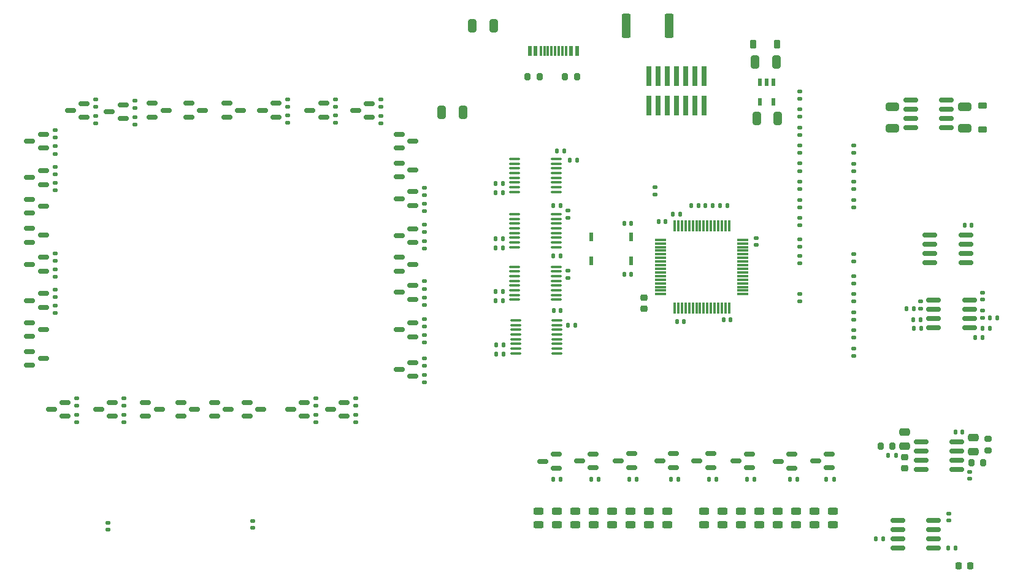
<source format=gbr>
%TF.GenerationSoftware,KiCad,Pcbnew,8.0.5*%
%TF.CreationDate,2024-11-20T12:06:12-07:00*%
%TF.ProjectId,CMPE2750,434d5045-3237-4353-902e-6b696361645f,rev?*%
%TF.SameCoordinates,Original*%
%TF.FileFunction,Paste,Top*%
%TF.FilePolarity,Positive*%
%FSLAX46Y46*%
G04 Gerber Fmt 4.6, Leading zero omitted, Abs format (unit mm)*
G04 Created by KiCad (PCBNEW 8.0.5) date 2024-11-20 12:06:12*
%MOMM*%
%LPD*%
G01*
G04 APERTURE LIST*
G04 Aperture macros list*
%AMRoundRect*
0 Rectangle with rounded corners*
0 $1 Rounding radius*
0 $2 $3 $4 $5 $6 $7 $8 $9 X,Y pos of 4 corners*
0 Add a 4 corners polygon primitive as box body*
4,1,4,$2,$3,$4,$5,$6,$7,$8,$9,$2,$3,0*
0 Add four circle primitives for the rounded corners*
1,1,$1+$1,$2,$3*
1,1,$1+$1,$4,$5*
1,1,$1+$1,$6,$7*
1,1,$1+$1,$8,$9*
0 Add four rect primitives between the rounded corners*
20,1,$1+$1,$2,$3,$4,$5,0*
20,1,$1+$1,$4,$5,$6,$7,0*
20,1,$1+$1,$6,$7,$8,$9,0*
20,1,$1+$1,$8,$9,$2,$3,0*%
G04 Aperture macros list end*
%ADD10RoundRect,0.140000X0.170000X-0.140000X0.170000X0.140000X-0.170000X0.140000X-0.170000X-0.140000X0*%
%ADD11RoundRect,0.243750X-0.456250X0.243750X-0.456250X-0.243750X0.456250X-0.243750X0.456250X0.243750X0*%
%ADD12RoundRect,0.135000X0.185000X-0.135000X0.185000X0.135000X-0.185000X0.135000X-0.185000X-0.135000X0*%
%ADD13RoundRect,0.140000X-0.140000X-0.170000X0.140000X-0.170000X0.140000X0.170000X-0.140000X0.170000X0*%
%ADD14RoundRect,0.225000X0.225000X0.375000X-0.225000X0.375000X-0.225000X-0.375000X0.225000X-0.375000X0*%
%ADD15RoundRect,0.135000X0.135000X0.185000X-0.135000X0.185000X-0.135000X-0.185000X0.135000X-0.185000X0*%
%ADD16RoundRect,0.150000X-0.825000X-0.150000X0.825000X-0.150000X0.825000X0.150000X-0.825000X0.150000X0*%
%ADD17RoundRect,0.135000X-0.185000X0.135000X-0.185000X-0.135000X0.185000X-0.135000X0.185000X0.135000X0*%
%ADD18RoundRect,0.150000X0.587500X0.150000X-0.587500X0.150000X-0.587500X-0.150000X0.587500X-0.150000X0*%
%ADD19RoundRect,0.250000X0.325000X0.650000X-0.325000X0.650000X-0.325000X-0.650000X0.325000X-0.650000X0*%
%ADD20RoundRect,0.140000X0.140000X0.170000X-0.140000X0.170000X-0.140000X-0.170000X0.140000X-0.170000X0*%
%ADD21R,0.600000X1.450000*%
%ADD22R,0.300000X1.450000*%
%ADD23RoundRect,0.150000X-0.587500X-0.150000X0.587500X-0.150000X0.587500X0.150000X-0.587500X0.150000X0*%
%ADD24RoundRect,0.135000X-0.135000X-0.185000X0.135000X-0.185000X0.135000X0.185000X-0.135000X0.185000X0*%
%ADD25RoundRect,0.250000X-0.650000X0.325000X-0.650000X-0.325000X0.650000X-0.325000X0.650000X0.325000X0*%
%ADD26RoundRect,0.200000X0.275000X-0.200000X0.275000X0.200000X-0.275000X0.200000X-0.275000X-0.200000X0*%
%ADD27RoundRect,0.250000X-0.475000X0.250000X-0.475000X-0.250000X0.475000X-0.250000X0.475000X0.250000X0*%
%ADD28RoundRect,0.200000X-0.200000X-0.275000X0.200000X-0.275000X0.200000X0.275000X-0.200000X0.275000X0*%
%ADD29RoundRect,0.218750X0.218750X0.256250X-0.218750X0.256250X-0.218750X-0.256250X0.218750X-0.256250X0*%
%ADD30RoundRect,0.100000X-0.637500X-0.100000X0.637500X-0.100000X0.637500X0.100000X-0.637500X0.100000X0*%
%ADD31R,0.558800X1.244600*%
%ADD32RoundRect,0.250000X-0.362500X-1.425000X0.362500X-1.425000X0.362500X1.425000X-0.362500X1.425000X0*%
%ADD33RoundRect,0.250000X-0.325000X-0.650000X0.325000X-0.650000X0.325000X0.650000X-0.325000X0.650000X0*%
%ADD34RoundRect,0.075000X-0.700000X-0.075000X0.700000X-0.075000X0.700000X0.075000X-0.700000X0.075000X0*%
%ADD35RoundRect,0.075000X-0.075000X-0.700000X0.075000X-0.700000X0.075000X0.700000X-0.075000X0.700000X0*%
%ADD36RoundRect,0.200000X0.200000X0.275000X-0.200000X0.275000X-0.200000X-0.275000X0.200000X-0.275000X0*%
%ADD37RoundRect,0.225000X-0.375000X0.225000X-0.375000X-0.225000X0.375000X-0.225000X0.375000X0.225000X0*%
%ADD38R,0.736600X2.794000*%
%ADD39RoundRect,0.140000X-0.170000X0.140000X-0.170000X-0.140000X0.170000X-0.140000X0.170000X0.140000X0*%
%ADD40RoundRect,0.225000X0.250000X-0.225000X0.250000X0.225000X-0.250000X0.225000X-0.250000X-0.225000X0*%
%ADD41RoundRect,0.218750X0.256250X-0.218750X0.256250X0.218750X-0.256250X0.218750X-0.256250X-0.218750X0*%
%ADD42RoundRect,0.250000X0.650000X-0.325000X0.650000X0.325000X-0.650000X0.325000X-0.650000X-0.325000X0*%
%ADD43R,0.599999X1.000000*%
G04 APERTURE END LIST*
D10*
%TO.C,C22*%
X192000000Y-112710000D03*
X192000000Y-111750000D03*
%TD*%
D11*
%TO.C,D12*%
X157860000Y-117202500D03*
X157860000Y-119077500D03*
%TD*%
%TO.C,D15*%
X165480000Y-117202500D03*
X165480000Y-119077500D03*
%TD*%
D12*
%TO.C,R9*%
X176000000Y-85770000D03*
X176000000Y-84750000D03*
%TD*%
D13*
%TO.C,C2*%
X151000000Y-76250000D03*
X151960000Y-76250000D03*
%TD*%
D14*
%TO.C,D1*%
X165350000Y-52750000D03*
X162050000Y-52750000D03*
%TD*%
D10*
%TO.C,C13*%
X189050000Y-118500000D03*
X189050000Y-117540000D03*
%TD*%
D13*
%TO.C,C4*%
X149040000Y-77250000D03*
X150000000Y-77250000D03*
%TD*%
D15*
%TO.C,R182*%
X156960000Y-112760000D03*
X155940000Y-112760000D03*
%TD*%
D16*
%TO.C,U4*%
X182050000Y-118460000D03*
X182050000Y-119730000D03*
X182050000Y-121000000D03*
X182050000Y-122270000D03*
X187000000Y-122270000D03*
X187000000Y-121000000D03*
X187000000Y-119730000D03*
X187000000Y-118460000D03*
%TD*%
D12*
%TO.C,R4*%
X176000000Y-67770000D03*
X176000000Y-66750000D03*
%TD*%
%TO.C,R13*%
X176000000Y-95760000D03*
X176000000Y-94740000D03*
%TD*%
D17*
%TO.C,R47*%
X71330000Y-60410000D03*
X71330000Y-61430000D03*
%TD*%
%TO.C,R75*%
X107205000Y-101610000D03*
X107205000Y-102630000D03*
%TD*%
D18*
%TO.C,Q65*%
X172575000Y-111210000D03*
X172575000Y-109310000D03*
X170700000Y-110260000D03*
%TD*%
D19*
%TO.C,C9*%
X165250000Y-55250000D03*
X162300000Y-55250000D03*
%TD*%
D12*
%TO.C,R10*%
X176000000Y-88260000D03*
X176000000Y-87240000D03*
%TD*%
D17*
%TO.C,R50*%
X116705000Y-72560000D03*
X116705000Y-73580000D03*
%TD*%
D20*
%TO.C,C3*%
X158980000Y-90750000D03*
X158020000Y-90750000D03*
%TD*%
D17*
%TO.C,R80*%
X116705000Y-90660000D03*
X116705000Y-91680000D03*
%TD*%
D21*
%TO.C,J6*%
X137750000Y-53695000D03*
X136950000Y-53695000D03*
D22*
X135750000Y-53695000D03*
X134750000Y-53695000D03*
X134250000Y-53695000D03*
X133250000Y-53695000D03*
D21*
X132050000Y-53695000D03*
X131250000Y-53695000D03*
X131250000Y-53695000D03*
X132050000Y-53695000D03*
D22*
X132750000Y-53695000D03*
X133750000Y-53695000D03*
X135250000Y-53695000D03*
X136250000Y-53695000D03*
D21*
X136950000Y-53695000D03*
X137750000Y-53695000D03*
%TD*%
D19*
%TO.C,C31*%
X126250000Y-50250000D03*
X123300000Y-50250000D03*
%TD*%
D18*
%TO.C,Q55*%
X151075000Y-111160000D03*
X151075000Y-109260000D03*
X149200000Y-110210000D03*
%TD*%
D17*
%TO.C,R65*%
X71330000Y-62660000D03*
X71330000Y-63680000D03*
%TD*%
D15*
%TO.C,R91*%
X137510000Y-91500000D03*
X136490000Y-91500000D03*
%TD*%
D17*
%TO.C,R100*%
X116705000Y-98360000D03*
X116705000Y-99380000D03*
%TD*%
D11*
%TO.C,D8*%
X145160000Y-117202500D03*
X145160000Y-119077500D03*
%TD*%
D18*
%TO.C,Q4*%
X115080000Y-75020000D03*
X115080000Y-73120000D03*
X113205000Y-74070000D03*
%TD*%
D11*
%TO.C,D11*%
X160400000Y-117202500D03*
X160400000Y-119077500D03*
%TD*%
%TO.C,D17*%
X170560000Y-117202500D03*
X170560000Y-119077500D03*
%TD*%
%TO.C,D7*%
X147700000Y-117202500D03*
X147700000Y-119077500D03*
%TD*%
D23*
%TO.C,Q44*%
X113205000Y-82170000D03*
X113205000Y-84070000D03*
X115080000Y-83120000D03*
%TD*%
D15*
%TO.C,R34*%
X195735000Y-90500000D03*
X194715000Y-90500000D03*
%TD*%
D12*
%TO.C,R2*%
X168500000Y-70250000D03*
X168500000Y-69230000D03*
%TD*%
D24*
%TO.C,R32*%
X183215000Y-89250000D03*
X184235000Y-89250000D03*
%TD*%
%TO.C,R38*%
X192715000Y-93250000D03*
X193735000Y-93250000D03*
%TD*%
%TO.C,R63*%
X126490000Y-73250000D03*
X127510000Y-73250000D03*
%TD*%
D11*
%TO.C,D3*%
X132460000Y-117202500D03*
X132460000Y-119077500D03*
%TD*%
D18*
%TO.C,Q53*%
X140012500Y-111210000D03*
X140012500Y-109310000D03*
X138137500Y-110260000D03*
%TD*%
%TO.C,Q25*%
X115080000Y-93120000D03*
X115080000Y-91220000D03*
X113205000Y-92170000D03*
%TD*%
D10*
%TO.C,C32*%
X73000000Y-119750000D03*
X73000000Y-118790000D03*
%TD*%
%TO.C,C15*%
X193725000Y-88000000D03*
X193725000Y-87040000D03*
%TD*%
D19*
%TO.C,C10*%
X165500000Y-63000000D03*
X162550000Y-63000000D03*
%TD*%
D18*
%TO.C,Q5*%
X64080000Y-72120000D03*
X64080000Y-70220000D03*
X62205000Y-71170000D03*
%TD*%
D25*
%TO.C,C11*%
X181275000Y-61410000D03*
X181275000Y-64360000D03*
%TD*%
D20*
%TO.C,C7*%
X145230000Y-84500000D03*
X144270000Y-84500000D03*
%TD*%
D18*
%TO.C,Q23*%
X73580000Y-104070000D03*
X73580000Y-102170000D03*
X71705000Y-103120000D03*
%TD*%
D17*
%TO.C,R93*%
X107205000Y-103860000D03*
X107205000Y-104880000D03*
%TD*%
D18*
%TO.C,Q20*%
X105580000Y-104070000D03*
X105580000Y-102170000D03*
X103705000Y-103120000D03*
%TD*%
D12*
%TO.C,R21*%
X168500000Y-80720000D03*
X168500000Y-79700000D03*
%TD*%
D11*
%TO.C,D14*%
X155320000Y-117202500D03*
X155320000Y-119077500D03*
%TD*%
D17*
%TO.C,R70*%
X97830000Y-62610000D03*
X97830000Y-63630000D03*
%TD*%
%TO.C,R97*%
X116705000Y-87735000D03*
X116705000Y-88755000D03*
%TD*%
D23*
%TO.C,Q50*%
X83080000Y-102170000D03*
X83080000Y-104070000D03*
X84955000Y-103120000D03*
%TD*%
D20*
%TO.C,C27*%
X135500000Y-89500000D03*
X134540000Y-89500000D03*
%TD*%
D24*
%TO.C,R85*%
X126627500Y-94250000D03*
X127647500Y-94250000D03*
%TD*%
D17*
%TO.C,R72*%
X65705000Y-66860000D03*
X65705000Y-67880000D03*
%TD*%
D26*
%TO.C,R43*%
X194500000Y-108825000D03*
X194500000Y-107175000D03*
%TD*%
D18*
%TO.C,Q51*%
X134887500Y-111260000D03*
X134887500Y-109360000D03*
X133012500Y-110310000D03*
%TD*%
D23*
%TO.C,Q41*%
X113205000Y-69170000D03*
X113205000Y-71070000D03*
X115080000Y-70120000D03*
%TD*%
D11*
%TO.C,D9*%
X150240000Y-117202500D03*
X150240000Y-119077500D03*
%TD*%
D27*
%TO.C,C18*%
X192500000Y-107050000D03*
X192500000Y-108950000D03*
%TD*%
D24*
%TO.C,R56*%
X126490000Y-80875000D03*
X127510000Y-80875000D03*
%TD*%
D16*
%TO.C,U5*%
X186500000Y-79095000D03*
X186500000Y-80365000D03*
X186500000Y-81635000D03*
X186500000Y-82905000D03*
X191450000Y-82905000D03*
X191450000Y-81635000D03*
X191450000Y-80365000D03*
X191450000Y-79095000D03*
%TD*%
D18*
%TO.C,Q9*%
X109080000Y-62870000D03*
X109080000Y-60970000D03*
X107205000Y-61920000D03*
%TD*%
D10*
%TO.C,C8*%
X93000000Y-119480000D03*
X93000000Y-118520000D03*
%TD*%
D15*
%TO.C,R171*%
X151710000Y-112760000D03*
X150690000Y-112760000D03*
%TD*%
D17*
%TO.C,R82*%
X116705000Y-96110000D03*
X116705000Y-97130000D03*
%TD*%
D18*
%TO.C,Q21*%
X64080000Y-89070000D03*
X64080000Y-87170000D03*
X62205000Y-88120000D03*
%TD*%
D28*
%TO.C,R44*%
X192175000Y-110500000D03*
X193825000Y-110500000D03*
%TD*%
D17*
%TO.C,R51*%
X65705000Y-69660000D03*
X65705000Y-70680000D03*
%TD*%
D16*
%TO.C,U3*%
X183800000Y-60480000D03*
X183800000Y-61750000D03*
X183800000Y-63020000D03*
X183800000Y-64290000D03*
X188750000Y-64290000D03*
X188750000Y-63020000D03*
X188750000Y-61750000D03*
X188750000Y-60480000D03*
%TD*%
D24*
%TO.C,R46*%
X180740000Y-109500000D03*
X181760000Y-109500000D03*
%TD*%
%TO.C,R24*%
X155490000Y-75000000D03*
X156510000Y-75000000D03*
%TD*%
D18*
%TO.C,Q8*%
X64080000Y-67070000D03*
X64080000Y-65170000D03*
X62205000Y-66120000D03*
%TD*%
D11*
%TO.C,D5*%
X137540000Y-117202500D03*
X137540000Y-119077500D03*
%TD*%
D17*
%TO.C,R92*%
X65705000Y-83860000D03*
X65705000Y-84880000D03*
%TD*%
D15*
%TO.C,R36*%
X194725000Y-92000000D03*
X193705000Y-92000000D03*
%TD*%
D12*
%TO.C,R17*%
X168500000Y-65270000D03*
X168500000Y-64250000D03*
%TD*%
D29*
%TO.C,FB2*%
X192037500Y-124710000D03*
X190462500Y-124710000D03*
%TD*%
D24*
%TO.C,R83*%
X126627500Y-95500000D03*
X127647500Y-95500000D03*
%TD*%
D20*
%TO.C,C6*%
X145230000Y-77500000D03*
X144270000Y-77500000D03*
%TD*%
D30*
%TO.C,U8*%
X129137500Y-76225000D03*
X129137500Y-76875000D03*
X129137500Y-77525000D03*
X129137500Y-78175000D03*
X129137500Y-78825000D03*
X129137500Y-79475000D03*
X129137500Y-80125000D03*
X129137500Y-80775000D03*
X134862500Y-80775000D03*
X134862500Y-80125000D03*
X134862500Y-79475000D03*
X134862500Y-78825000D03*
X134862500Y-78175000D03*
X134862500Y-77525000D03*
X134862500Y-76875000D03*
X134862500Y-76225000D03*
%TD*%
D17*
%TO.C,R31*%
X185225000Y-88240000D03*
X185225000Y-89260000D03*
%TD*%
D24*
%TO.C,R25*%
X153490000Y-75000000D03*
X154510000Y-75000000D03*
%TD*%
D12*
%TO.C,R12*%
X176000000Y-93260000D03*
X176000000Y-92240000D03*
%TD*%
D15*
%TO.C,R27*%
X180060000Y-121020000D03*
X179040000Y-121020000D03*
%TD*%
D17*
%TO.C,R54*%
X65705000Y-64610000D03*
X65705000Y-65630000D03*
%TD*%
D18*
%TO.C,Q7*%
X102767500Y-62820000D03*
X102767500Y-60920000D03*
X100892500Y-61870000D03*
%TD*%
D17*
%TO.C,R48*%
X116705000Y-77660000D03*
X116705000Y-78680000D03*
%TD*%
%TO.C,R53*%
X104392500Y-60360000D03*
X104392500Y-61380000D03*
%TD*%
D18*
%TO.C,Q3*%
X75080000Y-63020000D03*
X75080000Y-61120000D03*
X73205000Y-62070000D03*
%TD*%
%TO.C,Q22*%
X100080000Y-104070000D03*
X100080000Y-102170000D03*
X98205000Y-103120000D03*
%TD*%
D23*
%TO.C,Q47*%
X87705000Y-102170000D03*
X87705000Y-104070000D03*
X89580000Y-103120000D03*
%TD*%
D31*
%TO.C,X1*%
X145250000Y-79361700D03*
X139750000Y-79361700D03*
X139750000Y-82638300D03*
X145250000Y-82638300D03*
%TD*%
D17*
%TO.C,R96*%
X75205000Y-103860000D03*
X75205000Y-104880000D03*
%TD*%
D12*
%TO.C,R8*%
X176000000Y-82770000D03*
X176000000Y-81750000D03*
%TD*%
D15*
%TO.C,R37*%
X185235000Y-92000000D03*
X184215000Y-92000000D03*
%TD*%
D12*
%TO.C,R5*%
X176000000Y-70270000D03*
X176000000Y-69250000D03*
%TD*%
D24*
%TO.C,R58*%
X126490000Y-79625000D03*
X127510000Y-79625000D03*
%TD*%
D23*
%TO.C,Q46*%
X62205000Y-95170000D03*
X62205000Y-97070000D03*
X64080000Y-96120000D03*
%TD*%
D18*
%TO.C,Q63*%
X167450000Y-111260000D03*
X167450000Y-109360000D03*
X165575000Y-110310000D03*
%TD*%
D17*
%TO.C,R69*%
X65705000Y-71910000D03*
X65705000Y-72930000D03*
%TD*%
%TO.C,R71*%
X104392500Y-62610000D03*
X104392500Y-63630000D03*
%TD*%
D32*
%TO.C,R14*%
X144575000Y-50250000D03*
X150500000Y-50250000D03*
%TD*%
D30*
%TO.C,U9*%
X129137500Y-83475000D03*
X129137500Y-84125000D03*
X129137500Y-84775000D03*
X129137500Y-85425000D03*
X129137500Y-86075000D03*
X129137500Y-86725000D03*
X129137500Y-87375000D03*
X129137500Y-88025000D03*
X134862500Y-88025000D03*
X134862500Y-87375000D03*
X134862500Y-86725000D03*
X134862500Y-86075000D03*
X134862500Y-85425000D03*
X134862500Y-84775000D03*
X134862500Y-84125000D03*
X134862500Y-83475000D03*
%TD*%
D23*
%TO.C,Q42*%
X62205000Y-74170000D03*
X62205000Y-76070000D03*
X64080000Y-75120000D03*
%TD*%
D33*
%TO.C,C26*%
X119105000Y-62120000D03*
X122055000Y-62120000D03*
%TD*%
D17*
%TO.C,R77*%
X101705000Y-101610000D03*
X101705000Y-102630000D03*
%TD*%
D15*
%TO.C,R179*%
X162210000Y-112760000D03*
X161190000Y-112760000D03*
%TD*%
%TO.C,R163*%
X135460000Y-112760000D03*
X134440000Y-112760000D03*
%TD*%
D17*
%TO.C,R67*%
X76705000Y-62810000D03*
X76705000Y-63830000D03*
%TD*%
D12*
%TO.C,R16*%
X168500000Y-62750000D03*
X168500000Y-61730000D03*
%TD*%
D34*
%TO.C,U1*%
X149325000Y-79750000D03*
X149325000Y-80250000D03*
X149325000Y-80750000D03*
X149325000Y-81250000D03*
X149325000Y-81750000D03*
X149325000Y-82250000D03*
X149325000Y-82750000D03*
X149325000Y-83250000D03*
X149325000Y-83750000D03*
X149325000Y-84250000D03*
X149325000Y-84750000D03*
X149325000Y-85250000D03*
X149325000Y-85750000D03*
X149325000Y-86250000D03*
X149325000Y-86750000D03*
X149325000Y-87250000D03*
D35*
X151250000Y-89175000D03*
X151750000Y-89175000D03*
X152250000Y-89175000D03*
X152750000Y-89175000D03*
X153250000Y-89175000D03*
X153750000Y-89175000D03*
X154250000Y-89175000D03*
X154750000Y-89175000D03*
X155250000Y-89175000D03*
X155750000Y-89175000D03*
X156250000Y-89175000D03*
X156750000Y-89175000D03*
X157250000Y-89175000D03*
X157750000Y-89175000D03*
X158250000Y-89175000D03*
X158750000Y-89175000D03*
D34*
X160675000Y-87250000D03*
X160675000Y-86750000D03*
X160675000Y-86250000D03*
X160675000Y-85750000D03*
X160675000Y-85250000D03*
X160675000Y-84750000D03*
X160675000Y-84250000D03*
X160675000Y-83750000D03*
X160675000Y-83250000D03*
X160675000Y-82750000D03*
X160675000Y-82250000D03*
X160675000Y-81750000D03*
X160675000Y-81250000D03*
X160675000Y-80750000D03*
X160675000Y-80250000D03*
X160675000Y-79750000D03*
D35*
X158750000Y-77825000D03*
X158250000Y-77825000D03*
X157750000Y-77825000D03*
X157250000Y-77825000D03*
X156750000Y-77825000D03*
X156250000Y-77825000D03*
X155750000Y-77825000D03*
X155250000Y-77825000D03*
X154750000Y-77825000D03*
X154250000Y-77825000D03*
X153750000Y-77825000D03*
X153250000Y-77825000D03*
X152750000Y-77825000D03*
X152250000Y-77825000D03*
X151750000Y-77825000D03*
X151250000Y-77825000D03*
%TD*%
D11*
%TO.C,D6*%
X140080000Y-117202500D03*
X140080000Y-119077500D03*
%TD*%
D23*
%TO.C,Q37*%
X89455000Y-60920000D03*
X89455000Y-62820000D03*
X91330000Y-61870000D03*
%TD*%
%TO.C,Q38*%
X79142500Y-60920000D03*
X79142500Y-62820000D03*
X81017500Y-61870000D03*
%TD*%
D24*
%TO.C,R28*%
X189030000Y-122270000D03*
X190050000Y-122270000D03*
%TD*%
D20*
%TO.C,C5*%
X152500000Y-91000000D03*
X151540000Y-91000000D03*
%TD*%
D24*
%TO.C,R35*%
X184205000Y-90750000D03*
X185225000Y-90750000D03*
%TD*%
D13*
%TO.C,C24*%
X135020000Y-67500000D03*
X135980000Y-67500000D03*
%TD*%
D18*
%TO.C,Q24*%
X115080000Y-87945000D03*
X115080000Y-86045000D03*
X113205000Y-86995000D03*
%TD*%
D15*
%TO.C,R189*%
X173210000Y-112760000D03*
X172190000Y-112760000D03*
%TD*%
%TO.C,R57*%
X137760000Y-68750000D03*
X136740000Y-68750000D03*
%TD*%
D17*
%TO.C,R78*%
X75205000Y-101610000D03*
X75205000Y-102630000D03*
%TD*%
D28*
%TO.C,R29*%
X136100000Y-57250000D03*
X137750000Y-57250000D03*
%TD*%
D17*
%TO.C,R66*%
X116705000Y-79910000D03*
X116705000Y-80930000D03*
%TD*%
D18*
%TO.C,Q58*%
X145325000Y-111160000D03*
X145325000Y-109260000D03*
X143450000Y-110210000D03*
%TD*%
D17*
%TO.C,R68*%
X116705000Y-74810000D03*
X116705000Y-75830000D03*
%TD*%
D12*
%TO.C,R33*%
X193725000Y-90510000D03*
X193725000Y-89490000D03*
%TD*%
D20*
%TO.C,C14*%
X192250000Y-77750000D03*
X191290000Y-77750000D03*
%TD*%
D17*
%TO.C,R99*%
X68705000Y-103860000D03*
X68705000Y-104880000D03*
%TD*%
D15*
%TO.C,R165*%
X140700000Y-112760000D03*
X139680000Y-112760000D03*
%TD*%
D18*
%TO.C,Q6*%
X96205000Y-62820000D03*
X96205000Y-60920000D03*
X94330000Y-61870000D03*
%TD*%
D12*
%TO.C,R6*%
X176000000Y-72760000D03*
X176000000Y-71740000D03*
%TD*%
D20*
%TO.C,C25*%
X135460000Y-75000000D03*
X134500000Y-75000000D03*
%TD*%
D12*
%TO.C,R3*%
X168500000Y-67750000D03*
X168500000Y-66730000D03*
%TD*%
D24*
%TO.C,R90*%
X126490000Y-88125000D03*
X127510000Y-88125000D03*
%TD*%
D12*
%TO.C,R20*%
X168500000Y-77770000D03*
X168500000Y-76750000D03*
%TD*%
D17*
%TO.C,R79*%
X116705000Y-85485000D03*
X116705000Y-86505000D03*
%TD*%
D27*
%TO.C,C19*%
X183000000Y-106300000D03*
X183000000Y-108200000D03*
%TD*%
D11*
%TO.C,D16*%
X168020000Y-117202500D03*
X168020000Y-119077500D03*
%TD*%
D12*
%TO.C,R84*%
X136500000Y-85010000D03*
X136500000Y-83990000D03*
%TD*%
D36*
%TO.C,R30*%
X132575000Y-57250000D03*
X130925000Y-57250000D03*
%TD*%
D37*
%TO.C,D2*%
X193775000Y-61235000D03*
X193775000Y-64535000D03*
%TD*%
D23*
%TO.C,Q39*%
X84205000Y-60920000D03*
X84205000Y-62820000D03*
X86080000Y-61870000D03*
%TD*%
D17*
%TO.C,R76*%
X65705000Y-86610000D03*
X65705000Y-87630000D03*
%TD*%
%TO.C,R52*%
X97830000Y-60360000D03*
X97830000Y-61380000D03*
%TD*%
D16*
%TO.C,U6*%
X187000000Y-88095000D03*
X187000000Y-89365000D03*
X187000000Y-90635000D03*
X187000000Y-91905000D03*
X191950000Y-91905000D03*
X191950000Y-90635000D03*
X191950000Y-89365000D03*
X191950000Y-88095000D03*
%TD*%
D17*
%TO.C,R64*%
X136500000Y-75740000D03*
X136500000Y-76760000D03*
%TD*%
D18*
%TO.C,Q59*%
X161575000Y-111210000D03*
X161575000Y-109310000D03*
X159700000Y-110260000D03*
%TD*%
%TO.C,Q62*%
X156200000Y-111160000D03*
X156200000Y-109260000D03*
X154325000Y-110210000D03*
%TD*%
%TO.C,Q26*%
X67080000Y-104070000D03*
X67080000Y-102170000D03*
X65205000Y-103120000D03*
%TD*%
D17*
%TO.C,R98*%
X116705000Y-92910000D03*
X116705000Y-93930000D03*
%TD*%
D12*
%TO.C,R15*%
X168500000Y-60270000D03*
X168500000Y-59250000D03*
%TD*%
D23*
%TO.C,Q45*%
X62205000Y-91170000D03*
X62205000Y-93070000D03*
X64080000Y-92120000D03*
%TD*%
D38*
%TO.C,J1*%
X155276600Y-57124400D03*
X155276600Y-61188400D03*
X154006600Y-57124400D03*
X154006600Y-61188400D03*
X152736600Y-57124400D03*
X152736600Y-61188400D03*
X151466600Y-57124400D03*
X151466600Y-61188400D03*
X150196600Y-57124400D03*
X150196600Y-61188400D03*
X148926600Y-57124400D03*
X148926600Y-61188400D03*
X147656600Y-57124400D03*
X147656600Y-61188400D03*
%TD*%
D24*
%TO.C,R60*%
X126490000Y-72000000D03*
X127510000Y-72000000D03*
%TD*%
D11*
%TO.C,D10*%
X142620000Y-117202500D03*
X142620000Y-119077500D03*
%TD*%
D15*
%TO.C,R187*%
X168210000Y-112760000D03*
X167190000Y-112760000D03*
%TD*%
D20*
%TO.C,C28*%
X135460000Y-82000000D03*
X134500000Y-82000000D03*
%TD*%
D17*
%TO.C,R49*%
X76705000Y-60560000D03*
X76705000Y-61580000D03*
%TD*%
D39*
%TO.C,C1*%
X162500000Y-79520000D03*
X162500000Y-80480000D03*
%TD*%
D11*
%TO.C,D4*%
X135000000Y-117202500D03*
X135000000Y-119077500D03*
%TD*%
D36*
%TO.C,R45*%
X181325000Y-108250000D03*
X179675000Y-108250000D03*
%TD*%
D20*
%TO.C,C29*%
X190980000Y-106250000D03*
X190020000Y-106250000D03*
%TD*%
D23*
%TO.C,Q43*%
X62205000Y-78170000D03*
X62205000Y-80070000D03*
X64080000Y-79120000D03*
%TD*%
D24*
%TO.C,R87*%
X126490000Y-86875000D03*
X127510000Y-86875000D03*
%TD*%
D18*
%TO.C,Q19*%
X64080000Y-84070000D03*
X64080000Y-82170000D03*
X62205000Y-83120000D03*
%TD*%
D23*
%TO.C,Q49*%
X78205000Y-102170000D03*
X78205000Y-104070000D03*
X80080000Y-103120000D03*
%TD*%
%TO.C,Q48*%
X92205000Y-102170000D03*
X92205000Y-104070000D03*
X94080000Y-103120000D03*
%TD*%
D15*
%TO.C,R174*%
X145960000Y-112760000D03*
X144940000Y-112760000D03*
%TD*%
D24*
%TO.C,R23*%
X157490000Y-75000000D03*
X158510000Y-75000000D03*
%TD*%
D17*
%TO.C,R95*%
X101705000Y-103860000D03*
X101705000Y-104880000D03*
%TD*%
D18*
%TO.C,Q1*%
X69705000Y-62870000D03*
X69705000Y-60970000D03*
X67830000Y-61920000D03*
%TD*%
D17*
%TO.C,R81*%
X68705000Y-101610000D03*
X68705000Y-102630000D03*
%TD*%
D12*
%TO.C,R18*%
X168500000Y-72760000D03*
X168500000Y-71740000D03*
%TD*%
D17*
%TO.C,R55*%
X110705000Y-60410000D03*
X110705000Y-61430000D03*
%TD*%
D40*
%TO.C,C23*%
X183000000Y-111300000D03*
X183000000Y-109750000D03*
%TD*%
D23*
%TO.C,Q40*%
X113205000Y-65170000D03*
X113205000Y-67070000D03*
X115080000Y-66120000D03*
%TD*%
D17*
%TO.C,R94*%
X65705000Y-88860000D03*
X65705000Y-89880000D03*
%TD*%
D18*
%TO.C,Q27*%
X115080000Y-98570000D03*
X115080000Y-96670000D03*
X113205000Y-97620000D03*
%TD*%
D30*
%TO.C,U7*%
X129137500Y-68600000D03*
X129137500Y-69250000D03*
X129137500Y-69900000D03*
X129137500Y-70550000D03*
X129137500Y-71200000D03*
X129137500Y-71850000D03*
X129137500Y-72500000D03*
X129137500Y-73150000D03*
X134862500Y-73150000D03*
X134862500Y-72500000D03*
X134862500Y-71850000D03*
X134862500Y-71200000D03*
X134862500Y-70550000D03*
X134862500Y-69900000D03*
X134862500Y-69250000D03*
X134862500Y-68600000D03*
%TD*%
D18*
%TO.C,Q2*%
X115080000Y-80120000D03*
X115080000Y-78220000D03*
X113205000Y-79170000D03*
%TD*%
D11*
%TO.C,D18*%
X173100000Y-117202500D03*
X173100000Y-119077500D03*
%TD*%
D12*
%TO.C,R1*%
X168500000Y-88250000D03*
X168500000Y-87230000D03*
%TD*%
D16*
%TO.C,U13*%
X185275000Y-107595000D03*
X185275000Y-108865000D03*
X185275000Y-110135000D03*
X185275000Y-111405000D03*
X190225000Y-111405000D03*
X190225000Y-110135000D03*
X190225000Y-108865000D03*
X190225000Y-107595000D03*
%TD*%
D17*
%TO.C,R73*%
X110705000Y-62660000D03*
X110705000Y-63680000D03*
%TD*%
D12*
%TO.C,R7*%
X176000000Y-75260000D03*
X176000000Y-74240000D03*
%TD*%
D17*
%TO.C,R26*%
X148500000Y-72490000D03*
X148500000Y-73510000D03*
%TD*%
D41*
%TO.C,FB1*%
X147000000Y-89287500D03*
X147000000Y-87712500D03*
%TD*%
D42*
%TO.C,C12*%
X191275000Y-64360000D03*
X191275000Y-61410000D03*
%TD*%
D43*
%TO.C,U2*%
X164875002Y-58000000D03*
X163925001Y-58000000D03*
X162975003Y-58000000D03*
X162975003Y-60750000D03*
X164875002Y-60750000D03*
%TD*%
D12*
%TO.C,R22*%
X168500000Y-83010000D03*
X168500000Y-81990000D03*
%TD*%
%TO.C,R11*%
X176000000Y-90760000D03*
X176000000Y-89740000D03*
%TD*%
%TO.C,R19*%
X168500000Y-75260000D03*
X168500000Y-74240000D03*
%TD*%
D11*
%TO.C,D13*%
X162940000Y-117202500D03*
X162940000Y-119077500D03*
%TD*%
D17*
%TO.C,R74*%
X65705000Y-81610000D03*
X65705000Y-82630000D03*
%TD*%
D30*
%TO.C,U12*%
X129275000Y-90850000D03*
X129275000Y-91500000D03*
X129275000Y-92150000D03*
X129275000Y-92800000D03*
X129275000Y-93450000D03*
X129275000Y-94100000D03*
X129275000Y-94750000D03*
X129275000Y-95400000D03*
X135000000Y-95400000D03*
X135000000Y-94750000D03*
X135000000Y-94100000D03*
X135000000Y-93450000D03*
X135000000Y-92800000D03*
X135000000Y-92150000D03*
X135000000Y-91500000D03*
X135000000Y-90850000D03*
%TD*%
M02*

</source>
